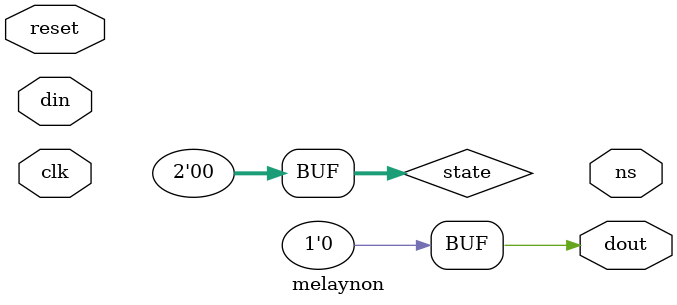
<source format=v>

module melaynon(input clk,reset,din,
                output reg dout,
                output reg[1:0] ns);
  
  parameter reg [1:0] s0 = 2'b00,
                     s1 = 2'b01,
                     s2 = 2'b10,
                     s3 = 2'b11;
  reg [1:0] state;
  
  always@(posedge clk or posedge reset) begin
    
    if(reset) begin
      state<=s0;
      dout<=1'b0;
   
    end 
    else
       state = ns; //o/p will xx for this state because ns value is unknown
  end
  always@(state or din) begin
  case(state)
        s0: begin
          if(din) begin
            ns<=s1;//next state moving
            dout<=1'b0;
          end else begin
            ns<=s0;
          dout<=1'b0;
          end
        end
          s1: begin
            if(din) begin
              ns<=s2;
              dout<=1'b0;
            end else begin
              ns<=s0;
              dout<=1'b0;
            end
          end
            s2: begin
              if(~din) begin
                ns<=s3;
                dout<=1'b0;
              end else begin
                ns<=s2;
                dout<=1'b0;
              end
            end
              s3:begin
              if(din) begin
                ns<=s0;
                dout<=1'b1;
              end else begin
                ns<=s0;
                dout<=1'b0;
              end
              end 
              
        
              default: begin
                state<=s0; // 
                dout<=1'b0;
               end
      endcase
    end
  
endmodule

</source>
